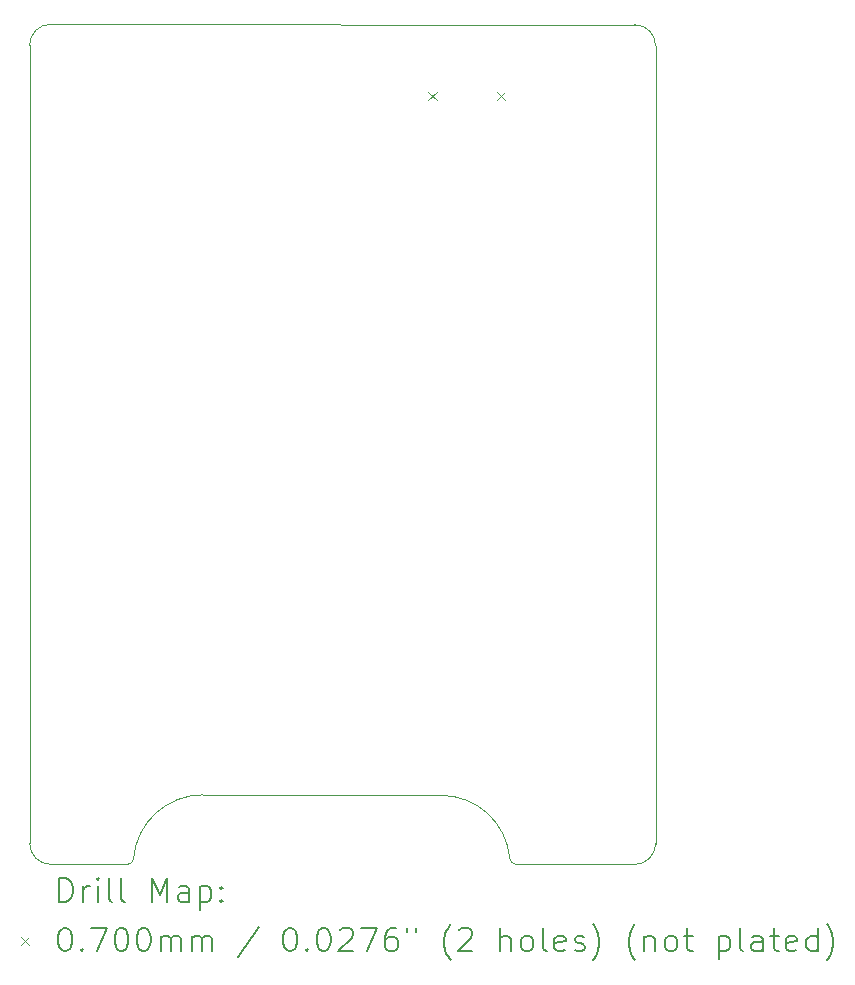
<source format=gbr>
%FSLAX45Y45*%
G04 Gerber Fmt 4.5, Leading zero omitted, Abs format (unit mm)*
G04 Created by KiCad (PCBNEW (6.0.2)) date 2022-05-30 23:42:21*
%MOMM*%
%LPD*%
G01*
G04 APERTURE LIST*
%TA.AperFunction,Profile*%
%ADD10C,0.100000*%
%TD*%
%ADD11C,0.200000*%
%ADD12C,0.070000*%
G04 APERTURE END LIST*
D10*
X6067103Y-12996000D02*
G75*
G03*
X5479572Y-13533307I-1110J-588665D01*
G01*
X8665011Y-13533041D02*
G75*
G03*
X8716000Y-13583000I50990J1041D01*
G01*
X4777000Y-6472000D02*
G75*
G03*
X4600000Y-6649000I0J-177000D01*
G01*
X9722842Y-13585842D02*
G75*
G03*
X9899842Y-13408842I0J177000D01*
G01*
X8665011Y-13533041D02*
G75*
G03*
X8082000Y-13000000I-583011J-52312D01*
G01*
X8716000Y-13583000D02*
X9722842Y-13585842D01*
X9900000Y-6652000D02*
G75*
G03*
X9723000Y-6475000I-177000J0D01*
G01*
X6067103Y-12996000D02*
X8082000Y-13000000D01*
X4600000Y-13407000D02*
G75*
G03*
X4777000Y-13584000I177000J0D01*
G01*
X4777000Y-6472000D02*
X9723000Y-6475000D01*
X9900000Y-6652000D02*
X9899842Y-13408842D01*
X5429612Y-13584297D02*
G75*
G03*
X5479572Y-13533307I-1041J50990D01*
G01*
X4600000Y-13407000D02*
X4600000Y-6649000D01*
X5429612Y-13584297D02*
X4777000Y-13584000D01*
D11*
D12*
X7976000Y-7043750D02*
X8046000Y-7113750D01*
X8046000Y-7043750D02*
X7976000Y-7113750D01*
X8554000Y-7043750D02*
X8624000Y-7113750D01*
X8624000Y-7043750D02*
X8554000Y-7113750D01*
D11*
X4852619Y-13901318D02*
X4852619Y-13701318D01*
X4900238Y-13701318D01*
X4928810Y-13710842D01*
X4947857Y-13729890D01*
X4957381Y-13748937D01*
X4966905Y-13787032D01*
X4966905Y-13815604D01*
X4957381Y-13853699D01*
X4947857Y-13872747D01*
X4928810Y-13891794D01*
X4900238Y-13901318D01*
X4852619Y-13901318D01*
X5052619Y-13901318D02*
X5052619Y-13767985D01*
X5052619Y-13806080D02*
X5062143Y-13787032D01*
X5071667Y-13777509D01*
X5090714Y-13767985D01*
X5109762Y-13767985D01*
X5176429Y-13901318D02*
X5176429Y-13767985D01*
X5176429Y-13701318D02*
X5166905Y-13710842D01*
X5176429Y-13720366D01*
X5185952Y-13710842D01*
X5176429Y-13701318D01*
X5176429Y-13720366D01*
X5300238Y-13901318D02*
X5281190Y-13891794D01*
X5271667Y-13872747D01*
X5271667Y-13701318D01*
X5405000Y-13901318D02*
X5385952Y-13891794D01*
X5376429Y-13872747D01*
X5376429Y-13701318D01*
X5633571Y-13901318D02*
X5633571Y-13701318D01*
X5700238Y-13844175D01*
X5766905Y-13701318D01*
X5766905Y-13901318D01*
X5947857Y-13901318D02*
X5947857Y-13796556D01*
X5938333Y-13777509D01*
X5919286Y-13767985D01*
X5881190Y-13767985D01*
X5862143Y-13777509D01*
X5947857Y-13891794D02*
X5928809Y-13901318D01*
X5881190Y-13901318D01*
X5862143Y-13891794D01*
X5852619Y-13872747D01*
X5852619Y-13853699D01*
X5862143Y-13834652D01*
X5881190Y-13825128D01*
X5928809Y-13825128D01*
X5947857Y-13815604D01*
X6043095Y-13767985D02*
X6043095Y-13967985D01*
X6043095Y-13777509D02*
X6062143Y-13767985D01*
X6100238Y-13767985D01*
X6119286Y-13777509D01*
X6128809Y-13787032D01*
X6138333Y-13806080D01*
X6138333Y-13863223D01*
X6128809Y-13882271D01*
X6119286Y-13891794D01*
X6100238Y-13901318D01*
X6062143Y-13901318D01*
X6043095Y-13891794D01*
X6224048Y-13882271D02*
X6233571Y-13891794D01*
X6224048Y-13901318D01*
X6214524Y-13891794D01*
X6224048Y-13882271D01*
X6224048Y-13901318D01*
X6224048Y-13777509D02*
X6233571Y-13787032D01*
X6224048Y-13796556D01*
X6214524Y-13787032D01*
X6224048Y-13777509D01*
X6224048Y-13796556D01*
D12*
X4525000Y-14195842D02*
X4595000Y-14265842D01*
X4595000Y-14195842D02*
X4525000Y-14265842D01*
D11*
X4890714Y-14121318D02*
X4909762Y-14121318D01*
X4928810Y-14130842D01*
X4938333Y-14140366D01*
X4947857Y-14159413D01*
X4957381Y-14197509D01*
X4957381Y-14245128D01*
X4947857Y-14283223D01*
X4938333Y-14302271D01*
X4928810Y-14311794D01*
X4909762Y-14321318D01*
X4890714Y-14321318D01*
X4871667Y-14311794D01*
X4862143Y-14302271D01*
X4852619Y-14283223D01*
X4843095Y-14245128D01*
X4843095Y-14197509D01*
X4852619Y-14159413D01*
X4862143Y-14140366D01*
X4871667Y-14130842D01*
X4890714Y-14121318D01*
X5043095Y-14302271D02*
X5052619Y-14311794D01*
X5043095Y-14321318D01*
X5033571Y-14311794D01*
X5043095Y-14302271D01*
X5043095Y-14321318D01*
X5119286Y-14121318D02*
X5252619Y-14121318D01*
X5166905Y-14321318D01*
X5366905Y-14121318D02*
X5385952Y-14121318D01*
X5405000Y-14130842D01*
X5414524Y-14140366D01*
X5424048Y-14159413D01*
X5433571Y-14197509D01*
X5433571Y-14245128D01*
X5424048Y-14283223D01*
X5414524Y-14302271D01*
X5405000Y-14311794D01*
X5385952Y-14321318D01*
X5366905Y-14321318D01*
X5347857Y-14311794D01*
X5338333Y-14302271D01*
X5328810Y-14283223D01*
X5319286Y-14245128D01*
X5319286Y-14197509D01*
X5328810Y-14159413D01*
X5338333Y-14140366D01*
X5347857Y-14130842D01*
X5366905Y-14121318D01*
X5557381Y-14121318D02*
X5576429Y-14121318D01*
X5595476Y-14130842D01*
X5605000Y-14140366D01*
X5614524Y-14159413D01*
X5624048Y-14197509D01*
X5624048Y-14245128D01*
X5614524Y-14283223D01*
X5605000Y-14302271D01*
X5595476Y-14311794D01*
X5576429Y-14321318D01*
X5557381Y-14321318D01*
X5538333Y-14311794D01*
X5528810Y-14302271D01*
X5519286Y-14283223D01*
X5509762Y-14245128D01*
X5509762Y-14197509D01*
X5519286Y-14159413D01*
X5528810Y-14140366D01*
X5538333Y-14130842D01*
X5557381Y-14121318D01*
X5709762Y-14321318D02*
X5709762Y-14187985D01*
X5709762Y-14207032D02*
X5719286Y-14197509D01*
X5738333Y-14187985D01*
X5766905Y-14187985D01*
X5785952Y-14197509D01*
X5795476Y-14216556D01*
X5795476Y-14321318D01*
X5795476Y-14216556D02*
X5805000Y-14197509D01*
X5824048Y-14187985D01*
X5852619Y-14187985D01*
X5871667Y-14197509D01*
X5881190Y-14216556D01*
X5881190Y-14321318D01*
X5976428Y-14321318D02*
X5976428Y-14187985D01*
X5976428Y-14207032D02*
X5985952Y-14197509D01*
X6005000Y-14187985D01*
X6033571Y-14187985D01*
X6052619Y-14197509D01*
X6062143Y-14216556D01*
X6062143Y-14321318D01*
X6062143Y-14216556D02*
X6071667Y-14197509D01*
X6090714Y-14187985D01*
X6119286Y-14187985D01*
X6138333Y-14197509D01*
X6147857Y-14216556D01*
X6147857Y-14321318D01*
X6538333Y-14111794D02*
X6366905Y-14368937D01*
X6795476Y-14121318D02*
X6814524Y-14121318D01*
X6833571Y-14130842D01*
X6843095Y-14140366D01*
X6852619Y-14159413D01*
X6862143Y-14197509D01*
X6862143Y-14245128D01*
X6852619Y-14283223D01*
X6843095Y-14302271D01*
X6833571Y-14311794D01*
X6814524Y-14321318D01*
X6795476Y-14321318D01*
X6776428Y-14311794D01*
X6766905Y-14302271D01*
X6757381Y-14283223D01*
X6747857Y-14245128D01*
X6747857Y-14197509D01*
X6757381Y-14159413D01*
X6766905Y-14140366D01*
X6776428Y-14130842D01*
X6795476Y-14121318D01*
X6947857Y-14302271D02*
X6957381Y-14311794D01*
X6947857Y-14321318D01*
X6938333Y-14311794D01*
X6947857Y-14302271D01*
X6947857Y-14321318D01*
X7081190Y-14121318D02*
X7100238Y-14121318D01*
X7119286Y-14130842D01*
X7128809Y-14140366D01*
X7138333Y-14159413D01*
X7147857Y-14197509D01*
X7147857Y-14245128D01*
X7138333Y-14283223D01*
X7128809Y-14302271D01*
X7119286Y-14311794D01*
X7100238Y-14321318D01*
X7081190Y-14321318D01*
X7062143Y-14311794D01*
X7052619Y-14302271D01*
X7043095Y-14283223D01*
X7033571Y-14245128D01*
X7033571Y-14197509D01*
X7043095Y-14159413D01*
X7052619Y-14140366D01*
X7062143Y-14130842D01*
X7081190Y-14121318D01*
X7224048Y-14140366D02*
X7233571Y-14130842D01*
X7252619Y-14121318D01*
X7300238Y-14121318D01*
X7319286Y-14130842D01*
X7328809Y-14140366D01*
X7338333Y-14159413D01*
X7338333Y-14178461D01*
X7328809Y-14207032D01*
X7214524Y-14321318D01*
X7338333Y-14321318D01*
X7405000Y-14121318D02*
X7538333Y-14121318D01*
X7452619Y-14321318D01*
X7700238Y-14121318D02*
X7662143Y-14121318D01*
X7643095Y-14130842D01*
X7633571Y-14140366D01*
X7614524Y-14168937D01*
X7605000Y-14207032D01*
X7605000Y-14283223D01*
X7614524Y-14302271D01*
X7624048Y-14311794D01*
X7643095Y-14321318D01*
X7681190Y-14321318D01*
X7700238Y-14311794D01*
X7709762Y-14302271D01*
X7719286Y-14283223D01*
X7719286Y-14235604D01*
X7709762Y-14216556D01*
X7700238Y-14207032D01*
X7681190Y-14197509D01*
X7643095Y-14197509D01*
X7624048Y-14207032D01*
X7614524Y-14216556D01*
X7605000Y-14235604D01*
X7795476Y-14121318D02*
X7795476Y-14159413D01*
X7871667Y-14121318D02*
X7871667Y-14159413D01*
X8166905Y-14397509D02*
X8157381Y-14387985D01*
X8138333Y-14359413D01*
X8128809Y-14340366D01*
X8119286Y-14311794D01*
X8109762Y-14264175D01*
X8109762Y-14226080D01*
X8119286Y-14178461D01*
X8128809Y-14149890D01*
X8138333Y-14130842D01*
X8157381Y-14102271D01*
X8166905Y-14092747D01*
X8233571Y-14140366D02*
X8243095Y-14130842D01*
X8262143Y-14121318D01*
X8309762Y-14121318D01*
X8328809Y-14130842D01*
X8338333Y-14140366D01*
X8347857Y-14159413D01*
X8347857Y-14178461D01*
X8338333Y-14207032D01*
X8224048Y-14321318D01*
X8347857Y-14321318D01*
X8585952Y-14321318D02*
X8585952Y-14121318D01*
X8671667Y-14321318D02*
X8671667Y-14216556D01*
X8662143Y-14197509D01*
X8643095Y-14187985D01*
X8614524Y-14187985D01*
X8595476Y-14197509D01*
X8585952Y-14207032D01*
X8795476Y-14321318D02*
X8776429Y-14311794D01*
X8766905Y-14302271D01*
X8757381Y-14283223D01*
X8757381Y-14226080D01*
X8766905Y-14207032D01*
X8776429Y-14197509D01*
X8795476Y-14187985D01*
X8824048Y-14187985D01*
X8843095Y-14197509D01*
X8852619Y-14207032D01*
X8862143Y-14226080D01*
X8862143Y-14283223D01*
X8852619Y-14302271D01*
X8843095Y-14311794D01*
X8824048Y-14321318D01*
X8795476Y-14321318D01*
X8976429Y-14321318D02*
X8957381Y-14311794D01*
X8947857Y-14292747D01*
X8947857Y-14121318D01*
X9128810Y-14311794D02*
X9109762Y-14321318D01*
X9071667Y-14321318D01*
X9052619Y-14311794D01*
X9043095Y-14292747D01*
X9043095Y-14216556D01*
X9052619Y-14197509D01*
X9071667Y-14187985D01*
X9109762Y-14187985D01*
X9128810Y-14197509D01*
X9138333Y-14216556D01*
X9138333Y-14235604D01*
X9043095Y-14254652D01*
X9214524Y-14311794D02*
X9233571Y-14321318D01*
X9271667Y-14321318D01*
X9290714Y-14311794D01*
X9300238Y-14292747D01*
X9300238Y-14283223D01*
X9290714Y-14264175D01*
X9271667Y-14254652D01*
X9243095Y-14254652D01*
X9224048Y-14245128D01*
X9214524Y-14226080D01*
X9214524Y-14216556D01*
X9224048Y-14197509D01*
X9243095Y-14187985D01*
X9271667Y-14187985D01*
X9290714Y-14197509D01*
X9366905Y-14397509D02*
X9376429Y-14387985D01*
X9395476Y-14359413D01*
X9405000Y-14340366D01*
X9414524Y-14311794D01*
X9424048Y-14264175D01*
X9424048Y-14226080D01*
X9414524Y-14178461D01*
X9405000Y-14149890D01*
X9395476Y-14130842D01*
X9376429Y-14102271D01*
X9366905Y-14092747D01*
X9728810Y-14397509D02*
X9719286Y-14387985D01*
X9700238Y-14359413D01*
X9690714Y-14340366D01*
X9681190Y-14311794D01*
X9671667Y-14264175D01*
X9671667Y-14226080D01*
X9681190Y-14178461D01*
X9690714Y-14149890D01*
X9700238Y-14130842D01*
X9719286Y-14102271D01*
X9728810Y-14092747D01*
X9805000Y-14187985D02*
X9805000Y-14321318D01*
X9805000Y-14207032D02*
X9814524Y-14197509D01*
X9833571Y-14187985D01*
X9862143Y-14187985D01*
X9881190Y-14197509D01*
X9890714Y-14216556D01*
X9890714Y-14321318D01*
X10014524Y-14321318D02*
X9995476Y-14311794D01*
X9985952Y-14302271D01*
X9976429Y-14283223D01*
X9976429Y-14226080D01*
X9985952Y-14207032D01*
X9995476Y-14197509D01*
X10014524Y-14187985D01*
X10043095Y-14187985D01*
X10062143Y-14197509D01*
X10071667Y-14207032D01*
X10081190Y-14226080D01*
X10081190Y-14283223D01*
X10071667Y-14302271D01*
X10062143Y-14311794D01*
X10043095Y-14321318D01*
X10014524Y-14321318D01*
X10138333Y-14187985D02*
X10214524Y-14187985D01*
X10166905Y-14121318D02*
X10166905Y-14292747D01*
X10176429Y-14311794D01*
X10195476Y-14321318D01*
X10214524Y-14321318D01*
X10433571Y-14187985D02*
X10433571Y-14387985D01*
X10433571Y-14197509D02*
X10452619Y-14187985D01*
X10490714Y-14187985D01*
X10509762Y-14197509D01*
X10519286Y-14207032D01*
X10528810Y-14226080D01*
X10528810Y-14283223D01*
X10519286Y-14302271D01*
X10509762Y-14311794D01*
X10490714Y-14321318D01*
X10452619Y-14321318D01*
X10433571Y-14311794D01*
X10643095Y-14321318D02*
X10624048Y-14311794D01*
X10614524Y-14292747D01*
X10614524Y-14121318D01*
X10805000Y-14321318D02*
X10805000Y-14216556D01*
X10795476Y-14197509D01*
X10776429Y-14187985D01*
X10738333Y-14187985D01*
X10719286Y-14197509D01*
X10805000Y-14311794D02*
X10785952Y-14321318D01*
X10738333Y-14321318D01*
X10719286Y-14311794D01*
X10709762Y-14292747D01*
X10709762Y-14273699D01*
X10719286Y-14254652D01*
X10738333Y-14245128D01*
X10785952Y-14245128D01*
X10805000Y-14235604D01*
X10871667Y-14187985D02*
X10947857Y-14187985D01*
X10900238Y-14121318D02*
X10900238Y-14292747D01*
X10909762Y-14311794D01*
X10928810Y-14321318D01*
X10947857Y-14321318D01*
X11090714Y-14311794D02*
X11071667Y-14321318D01*
X11033571Y-14321318D01*
X11014524Y-14311794D01*
X11005000Y-14292747D01*
X11005000Y-14216556D01*
X11014524Y-14197509D01*
X11033571Y-14187985D01*
X11071667Y-14187985D01*
X11090714Y-14197509D01*
X11100238Y-14216556D01*
X11100238Y-14235604D01*
X11005000Y-14254652D01*
X11271667Y-14321318D02*
X11271667Y-14121318D01*
X11271667Y-14311794D02*
X11252619Y-14321318D01*
X11214524Y-14321318D01*
X11195476Y-14311794D01*
X11185952Y-14302271D01*
X11176429Y-14283223D01*
X11176429Y-14226080D01*
X11185952Y-14207032D01*
X11195476Y-14197509D01*
X11214524Y-14187985D01*
X11252619Y-14187985D01*
X11271667Y-14197509D01*
X11347857Y-14397509D02*
X11357381Y-14387985D01*
X11376428Y-14359413D01*
X11385952Y-14340366D01*
X11395476Y-14311794D01*
X11405000Y-14264175D01*
X11405000Y-14226080D01*
X11395476Y-14178461D01*
X11385952Y-14149890D01*
X11376428Y-14130842D01*
X11357381Y-14102271D01*
X11347857Y-14092747D01*
M02*

</source>
